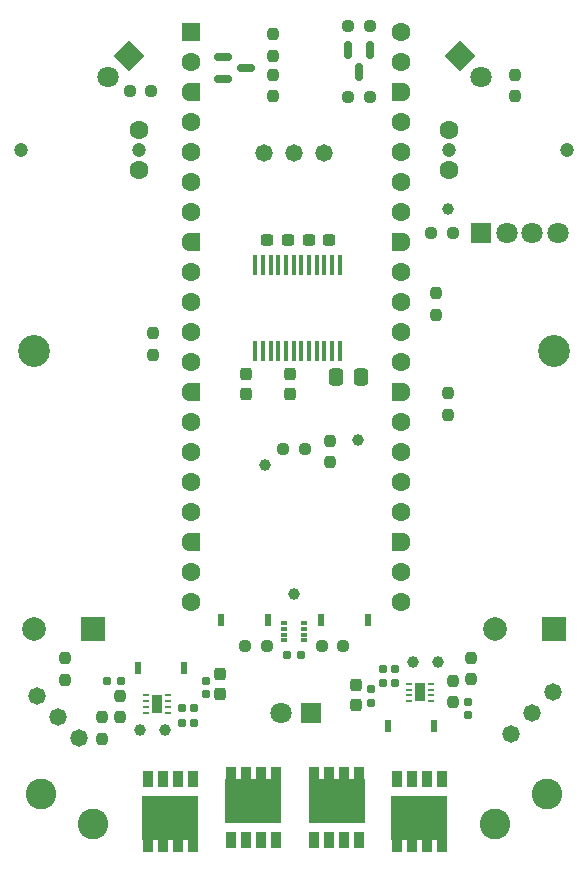
<source format=gbs>
G04 #@! TF.GenerationSoftware,KiCad,Pcbnew,9.0.0*
G04 #@! TF.CreationDate,2025-04-22T19:19:30+02:00*
G04 #@! TF.ProjectId,bio_robots,62696f5f-726f-4626-9f74-732e6b696361,rev?*
G04 #@! TF.SameCoordinates,Original*
G04 #@! TF.FileFunction,Soldermask,Bot*
G04 #@! TF.FilePolarity,Negative*
%FSLAX46Y46*%
G04 Gerber Fmt 4.6, Leading zero omitted, Abs format (unit mm)*
G04 Created by KiCad (PCBNEW 9.0.0) date 2025-04-22 19:19:30*
%MOMM*%
%LPD*%
G01*
G04 APERTURE LIST*
G04 Aperture macros list*
%AMRoundRect*
0 Rectangle with rounded corners*
0 $1 Rounding radius*
0 $2 $3 $4 $5 $6 $7 $8 $9 X,Y pos of 4 corners*
0 Add a 4 corners polygon primitive as box body*
4,1,4,$2,$3,$4,$5,$6,$7,$8,$9,$2,$3,0*
0 Add four circle primitives for the rounded corners*
1,1,$1+$1,$2,$3*
1,1,$1+$1,$4,$5*
1,1,$1+$1,$6,$7*
1,1,$1+$1,$8,$9*
0 Add four rect primitives between the rounded corners*
20,1,$1+$1,$2,$3,$4,$5,0*
20,1,$1+$1,$4,$5,$6,$7,0*
20,1,$1+$1,$6,$7,$8,$9,0*
20,1,$1+$1,$8,$9,$2,$3,0*%
%AMRotRect*
0 Rectangle, with rotation*
0 The origin of the aperture is its center*
0 $1 length*
0 $2 width*
0 $3 Rotation angle, in degrees counterclockwise*
0 Add horizontal line*
21,1,$1,$2,0,0,$3*%
%AMFreePoly0*
4,1,37,0.603843,0.796157,0.639018,0.796157,0.711114,0.766294,0.766294,0.711114,0.796157,0.639018,0.796157,0.603843,0.800000,0.600000,0.800000,-0.600000,0.796157,-0.603843,0.796157,-0.639018,0.766294,-0.711114,0.711114,-0.766294,0.639018,-0.796157,0.603843,-0.796157,0.600000,-0.800000,0.000000,-0.800000,0.000000,-0.796148,-0.078414,-0.796148,-0.232228,-0.765552,-0.377117,-0.705537,
-0.507515,-0.618408,-0.618408,-0.507515,-0.705537,-0.377117,-0.765552,-0.232228,-0.796148,-0.078414,-0.796148,0.078414,-0.765552,0.232228,-0.705537,0.377117,-0.618408,0.507515,-0.507515,0.618408,-0.377117,0.705537,-0.232228,0.765552,-0.078414,0.796148,0.000000,0.796148,0.000000,0.800000,0.600000,0.800000,0.603843,0.796157,0.603843,0.796157,$1*%
%AMFreePoly1*
4,1,37,0.000000,0.796148,0.078414,0.796148,0.232228,0.765552,0.377117,0.705537,0.507515,0.618408,0.618408,0.507515,0.705537,0.377117,0.765552,0.232228,0.796148,0.078414,0.796148,-0.078414,0.765552,-0.232228,0.705537,-0.377117,0.618408,-0.507515,0.507515,-0.618408,0.377117,-0.705537,0.232228,-0.765552,0.078414,-0.796148,0.000000,-0.796148,0.000000,-0.800000,-0.600000,-0.800000,
-0.603843,-0.796157,-0.639018,-0.796157,-0.711114,-0.766294,-0.766294,-0.711114,-0.796157,-0.639018,-0.796157,-0.603843,-0.800000,-0.600000,-0.800000,0.600000,-0.796157,0.603843,-0.796157,0.639018,-0.766294,0.711114,-0.711114,0.766294,-0.639018,0.796157,-0.603843,0.796157,-0.600000,0.800000,0.000000,0.800000,0.000000,0.796148,0.000000,0.796148,$1*%
G04 Aperture macros list end*
%ADD10C,2.700000*%
%ADD11RotRect,1.800000X1.800000X225.000000*%
%ADD12C,1.800000*%
%ADD13C,1.473200*%
%ADD14RoundRect,0.200000X-0.600000X-0.600000X0.600000X-0.600000X0.600000X0.600000X-0.600000X0.600000X0*%
%ADD15C,1.600000*%
%ADD16FreePoly0,0.000000*%
%ADD17FreePoly1,0.000000*%
%ADD18R,1.800000X1.800000*%
%ADD19C,2.600000*%
%ADD20RotRect,1.800000X1.800000X315.000000*%
%ADD21RoundRect,0.160000X0.160000X-0.197500X0.160000X0.197500X-0.160000X0.197500X-0.160000X-0.197500X0*%
%ADD22RoundRect,0.250000X-0.337500X-0.475000X0.337500X-0.475000X0.337500X0.475000X-0.337500X0.475000X0*%
%ADD23RoundRect,0.155000X0.155000X-0.212500X0.155000X0.212500X-0.155000X0.212500X-0.155000X-0.212500X0*%
%ADD24R,0.850000X1.450000*%
%ADD25R,0.850000X1.050000*%
%ADD26R,4.700000X3.750000*%
%ADD27C,1.000000*%
%ADD28RoundRect,0.237500X-0.237500X0.250000X-0.237500X-0.250000X0.237500X-0.250000X0.237500X0.250000X0*%
%ADD29RoundRect,0.237500X0.237500X-0.300000X0.237500X0.300000X-0.237500X0.300000X-0.237500X-0.300000X0*%
%ADD30RoundRect,0.237500X0.237500X-0.250000X0.237500X0.250000X-0.237500X0.250000X-0.237500X-0.250000X0*%
%ADD31RoundRect,0.237500X-0.250000X-0.237500X0.250000X-0.237500X0.250000X0.237500X-0.250000X0.237500X0*%
%ADD32RoundRect,0.155000X-0.155000X0.212500X-0.155000X-0.212500X0.155000X-0.212500X0.155000X0.212500X0*%
%ADD33C,1.200000*%
%ADD34R,0.558800X1.092200*%
%ADD35RoundRect,0.155000X0.212500X0.155000X-0.212500X0.155000X-0.212500X-0.155000X0.212500X-0.155000X0*%
%ADD36R,0.475000X0.300000*%
%ADD37RoundRect,0.062500X0.187500X0.062500X-0.187500X0.062500X-0.187500X-0.062500X0.187500X-0.062500X0*%
%ADD38R,0.900000X1.600000*%
%ADD39R,2.000000X2.000000*%
%ADD40C,2.000000*%
%ADD41RoundRect,0.237500X0.250000X0.237500X-0.250000X0.237500X-0.250000X-0.237500X0.250000X-0.237500X0*%
%ADD42RoundRect,0.237500X-0.237500X0.300000X-0.237500X-0.300000X0.237500X-0.300000X0.237500X0.300000X0*%
%ADD43RoundRect,0.237500X-0.300000X-0.237500X0.300000X-0.237500X0.300000X0.237500X-0.300000X0.237500X0*%
%ADD44RoundRect,0.150000X-0.150000X0.587500X-0.150000X-0.587500X0.150000X-0.587500X0.150000X0.587500X0*%
%ADD45RoundRect,0.150000X-0.587500X-0.150000X0.587500X-0.150000X0.587500X0.150000X-0.587500X0.150000X0*%
%ADD46R,0.450000X1.750000*%
%ADD47RoundRect,0.160000X-0.160000X0.197500X-0.160000X-0.197500X0.160000X-0.197500X0.160000X0.197500X0*%
%ADD48RoundRect,0.237500X0.300000X0.237500X-0.300000X0.237500X-0.300000X-0.237500X0.300000X-0.237500X0*%
%ADD49RoundRect,0.160000X-0.197500X-0.160000X0.197500X-0.160000X0.197500X0.160000X-0.197500X0.160000X0*%
%ADD50RoundRect,0.062500X-0.187500X-0.062500X0.187500X-0.062500X0.187500X0.062500X-0.187500X0.062500X0*%
G04 APERTURE END LIST*
D10*
X73000000Y-101000000D03*
D11*
X81000000Y-76000000D03*
D12*
X79203949Y-77796051D03*
D10*
X117000000Y-101000000D03*
D13*
X113355421Y-133447523D03*
X115151472Y-131651472D03*
X116947523Y-129855421D03*
D14*
X86220000Y-74000000D03*
D15*
X86220000Y-76540000D03*
D16*
X86220000Y-79080000D03*
D15*
X86220000Y-81620000D03*
X86220000Y-84160000D03*
X86220000Y-86700000D03*
X86220000Y-89240000D03*
D16*
X86220000Y-91780000D03*
D15*
X86220000Y-94320000D03*
X86220000Y-96860000D03*
X86220000Y-99400000D03*
X86220000Y-101940000D03*
D16*
X86220000Y-104480000D03*
D15*
X86220000Y-107020000D03*
X86220000Y-109560000D03*
X86220000Y-112100000D03*
X86220000Y-114640000D03*
D16*
X86220000Y-117180000D03*
D15*
X86220000Y-119720000D03*
X86220000Y-122260000D03*
X104000000Y-122260000D03*
X104000000Y-119720000D03*
D17*
X104000000Y-117180000D03*
D15*
X104000000Y-114640000D03*
X104000000Y-112100000D03*
X104000000Y-109560000D03*
X104000000Y-107020000D03*
D17*
X104000000Y-104480000D03*
D15*
X104000000Y-101940000D03*
X104000000Y-99400000D03*
X104000000Y-96860000D03*
X104000000Y-94320000D03*
D17*
X104000000Y-91780000D03*
D15*
X104000000Y-89240000D03*
X104000000Y-86700000D03*
X104000000Y-84160000D03*
X104000000Y-81620000D03*
D17*
X104000000Y-79080000D03*
D15*
X104000000Y-76540000D03*
X104000000Y-74000000D03*
D18*
X110840999Y-91000000D03*
D12*
X112999999Y-91000000D03*
X115158999Y-91000000D03*
X117317999Y-91000000D03*
D18*
X96400000Y-131600000D03*
D12*
X93860000Y-131600000D03*
D13*
X73203949Y-130203949D03*
X75000000Y-132000000D03*
X76796051Y-133796051D03*
D19*
X73600592Y-138460000D03*
X78000001Y-141000000D03*
D20*
X109000000Y-76000000D03*
D12*
X110796051Y-77796051D03*
D19*
X112000000Y-141000000D03*
X116399409Y-138460000D03*
D21*
X85531700Y-132444999D03*
X85531700Y-131249999D03*
D22*
X98562500Y-103200000D03*
X100637500Y-103200000D03*
D23*
X87537501Y-130065000D03*
X87537501Y-128930000D03*
D21*
X102511598Y-129097500D03*
X102511598Y-127902500D03*
D24*
X93445000Y-142381362D03*
X92175000Y-142381362D03*
X90905000Y-142381362D03*
X89635000Y-142381362D03*
D25*
X89635000Y-136681362D03*
X90905000Y-136681362D03*
X92175000Y-136681362D03*
X93445000Y-136681362D03*
D26*
X91540000Y-139081362D03*
D27*
X95000000Y-121600000D03*
D28*
X108000000Y-104587500D03*
X108000000Y-106412500D03*
D29*
X88737500Y-130060000D03*
X88737500Y-128335000D03*
D30*
X75600000Y-128812500D03*
X75600000Y-126987500D03*
D13*
X92460000Y-84200000D03*
X95000000Y-84200000D03*
X97540000Y-84200000D03*
D28*
X113700000Y-77587500D03*
X113700000Y-79412500D03*
D30*
X78750000Y-133822499D03*
X78750000Y-131997499D03*
D31*
X97337501Y-126000000D03*
X99162501Y-126000000D03*
D30*
X83000000Y-101325000D03*
X83000000Y-99500000D03*
D32*
X109750000Y-130682500D03*
X109750000Y-131817500D03*
D27*
X107155799Y-127300000D03*
D28*
X80237501Y-130185000D03*
X80237501Y-132010000D03*
D15*
X81875000Y-82300000D03*
X81875000Y-85700000D03*
D33*
X81875000Y-84000000D03*
X71875000Y-84000000D03*
D34*
X81781701Y-127797500D03*
X85693301Y-127797500D03*
D28*
X107000000Y-96087500D03*
X107000000Y-97912500D03*
D23*
X101511598Y-130767501D03*
X101511598Y-129632501D03*
D35*
X80305000Y-128897500D03*
X79170000Y-128897500D03*
D28*
X98000000Y-108587500D03*
X98000000Y-110412500D03*
D24*
X103700000Y-137200000D03*
X104970000Y-137200000D03*
X106240000Y-137200000D03*
X107510000Y-137200000D03*
D25*
X107510000Y-142900000D03*
X106240000Y-142900000D03*
X104970000Y-142900000D03*
X103700000Y-142900000D03*
D26*
X105605000Y-140500000D03*
D34*
X97294200Y-123750001D03*
X101205800Y-123750001D03*
D36*
X95838000Y-124000000D03*
X95838000Y-124500000D03*
X95838000Y-125000000D03*
X95838000Y-125500000D03*
X94162000Y-125500000D03*
X94162000Y-125000000D03*
X94162000Y-124500000D03*
X94162000Y-124000000D03*
D37*
X84337501Y-130097501D03*
X84337501Y-130597501D03*
X84337501Y-131097501D03*
X84337501Y-131597501D03*
X82437501Y-131597501D03*
X82437501Y-131097501D03*
X82437501Y-130597501D03*
X82437501Y-130097501D03*
D38*
X83387501Y-130847501D03*
D39*
X78000000Y-124500000D03*
D40*
X73000000Y-124500000D03*
D41*
X82912500Y-79000000D03*
X81087500Y-79000000D03*
X108412500Y-91000000D03*
X106587500Y-91000000D03*
D42*
X90900000Y-102937500D03*
X90900000Y-104662500D03*
D30*
X93200000Y-79425000D03*
X93200000Y-77600000D03*
D34*
X106811599Y-132700000D03*
X102899999Y-132700000D03*
D31*
X94087500Y-109300000D03*
X95912500Y-109300000D03*
D30*
X93200000Y-76000000D03*
X93200000Y-74175000D03*
D28*
X109961598Y-126962499D03*
X109961598Y-128787499D03*
D15*
X108125000Y-85700000D03*
X108125000Y-82300000D03*
D33*
X108125000Y-84000000D03*
X118125000Y-84000000D03*
D43*
X92712500Y-91600000D03*
X94437500Y-91600000D03*
D44*
X99550000Y-75500000D03*
X101450000Y-75500000D03*
X100500000Y-77375000D03*
D39*
X117000000Y-124500000D03*
D40*
X112000000Y-124500000D03*
D45*
X89000000Y-78000000D03*
X89000000Y-76100000D03*
X90875000Y-77050000D03*
D27*
X105055799Y-127300000D03*
D30*
X108455799Y-130712500D03*
X108455799Y-128887500D03*
D24*
X100510000Y-142381361D03*
X99240000Y-142381361D03*
X97970000Y-142381361D03*
X96700000Y-142381361D03*
D25*
X96700000Y-136681361D03*
X97970000Y-136681361D03*
X99240000Y-136681361D03*
X100510000Y-136681361D03*
D26*
X98605000Y-139081361D03*
D42*
X94600000Y-102937500D03*
X94600000Y-104662500D03*
D46*
X91700000Y-93750000D03*
X92350000Y-93750000D03*
X93000000Y-93750000D03*
X93650000Y-93750000D03*
X94300000Y-93750000D03*
X94950000Y-93750000D03*
X95600000Y-93750000D03*
X96250000Y-93750000D03*
X96900000Y-93750000D03*
X97550000Y-93750000D03*
X98200000Y-93750000D03*
X98850000Y-93750000D03*
X98850000Y-100950000D03*
X98200000Y-100950000D03*
X97550000Y-100950000D03*
X96900000Y-100950000D03*
X96250000Y-100950000D03*
X95600000Y-100950000D03*
X94950000Y-100950000D03*
X94300000Y-100950000D03*
X93650000Y-100950000D03*
X93000000Y-100950000D03*
X92350000Y-100950000D03*
X91700000Y-100950000D03*
D27*
X100400000Y-108500000D03*
D34*
X92750001Y-123750000D03*
X88838401Y-123750000D03*
D41*
X101412500Y-73500000D03*
X99587500Y-73500000D03*
D47*
X103511600Y-127902500D03*
X103511600Y-129097500D03*
D48*
X97937500Y-91600000D03*
X96212500Y-91600000D03*
D31*
X90837499Y-125999999D03*
X92662499Y-125999999D03*
D29*
X100211598Y-130962500D03*
X100211598Y-129237500D03*
D27*
X108000000Y-89000000D03*
D49*
X94402500Y-126700000D03*
X95597500Y-126700000D03*
D47*
X86531701Y-131250000D03*
X86531701Y-132445000D03*
D50*
X104711598Y-130650000D03*
X104711598Y-130150000D03*
X104711598Y-129650000D03*
X104711598Y-129150000D03*
X106611598Y-129150000D03*
X106611598Y-129650000D03*
X106611598Y-130150000D03*
X106611598Y-130650000D03*
D38*
X105661598Y-129900000D03*
D41*
X101412500Y-79500000D03*
X99587500Y-79500000D03*
D27*
X81937501Y-133097500D03*
X92500000Y-110600000D03*
D24*
X82590000Y-137200000D03*
X83860000Y-137200000D03*
X85130000Y-137200000D03*
X86400000Y-137200000D03*
D25*
X86400000Y-142900000D03*
X85130000Y-142900000D03*
X83860000Y-142900000D03*
X82590000Y-142900000D03*
D26*
X84495000Y-140500000D03*
D27*
X84037501Y-133097500D03*
M02*

</source>
